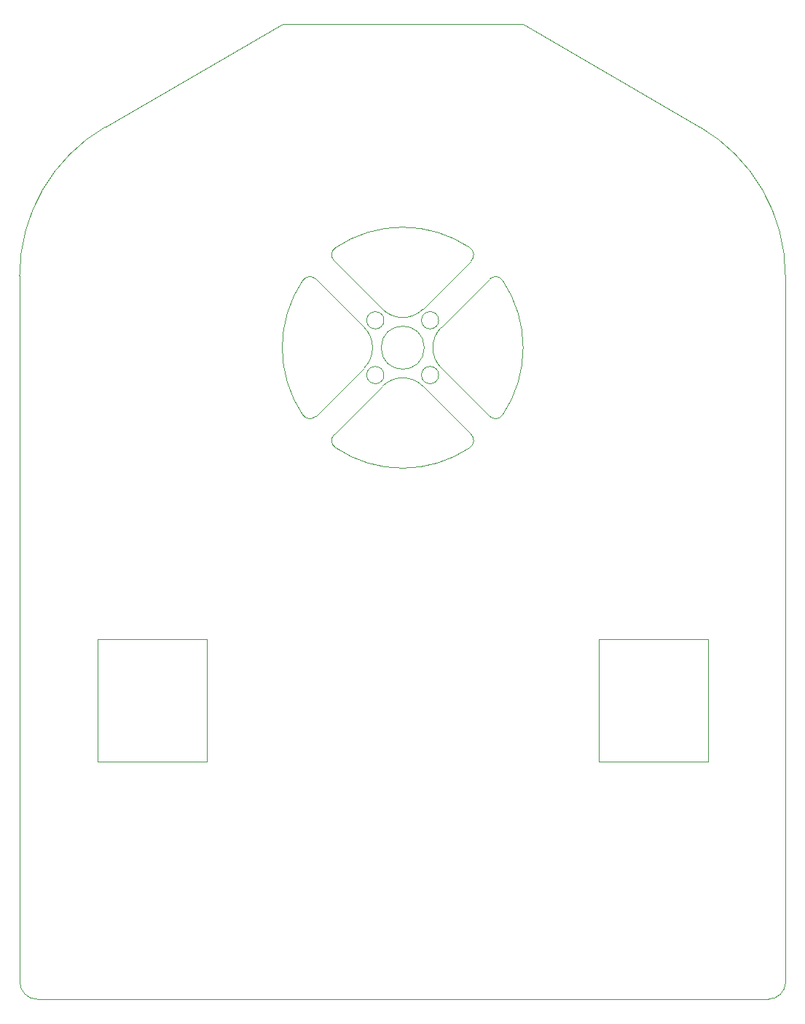
<source format=gbr>
%TF.GenerationSoftware,KiCad,Pcbnew,9.0.1*%
%TF.CreationDate,2025-07-10T18:56:07-03:00*%
%TF.ProjectId,main_MagicAlonso-rounded,6d61696e-5f4d-4616-9769-63416c6f6e73,rev?*%
%TF.SameCoordinates,PXb76920PY11322920*%
%TF.FileFunction,Profile,NP*%
%FSLAX46Y46*%
G04 Gerber Fmt 4.6, Leading zero omitted, Abs format (unit mm)*
G04 Created by KiCad (PCBNEW 9.0.1) date 2025-07-10 18:56:07*
%MOMM*%
%LPD*%
G01*
G04 APERTURE LIST*
%TA.AperFunction,Profile*%
%ADD10C,0.100000*%
%TD*%
G04 APERTURE END LIST*
D10*
X92119914Y130660843D02*
X86513318Y136267438D01*
X51980000Y50500000D02*
X136980000Y50500000D01*
X102284436Y114567502D02*
G75*
G02*
X86662499Y114567505I-7810966J11618468D01*
G01*
X51980000Y50500000D02*
G75*
G02*
X49980000Y52500000I0J2000000D01*
G01*
X92291486Y123003988D02*
G75*
G02*
X90291486Y123003988I-1000000J0D01*
G01*
X90291486Y123003988D02*
G75*
G02*
X92291486Y123003988I1000000J0D01*
G01*
X96827020Y130660843D02*
X102433616Y136267438D01*
X89998593Y123832416D02*
X84391998Y118225820D01*
X98655448Y129367950D02*
G75*
G02*
X96655448Y129367950I-1000000J0D01*
G01*
X96655448Y129367950D02*
G75*
G02*
X98655448Y129367950I1000000J0D01*
G01*
X84391998Y118225820D02*
G75*
G02*
X82855015Y118375010I-707098J707080D01*
G01*
X89998593Y128539522D02*
G75*
G02*
X90973462Y126185969I-2353493J-2353522D01*
G01*
X86513318Y136267438D02*
G75*
G02*
X86662531Y137804387I707182J707062D01*
G01*
X96827020Y130660843D02*
G75*
G02*
X94473467Y129685965I-2353520J2353457D01*
G01*
X92119914Y121711095D02*
X86513318Y116104500D01*
X80490000Y163740000D02*
X59935203Y151849094D01*
X98948341Y123832416D02*
G75*
G02*
X97973447Y126185969I2353559J2353584D01*
G01*
X98655448Y123003988D02*
G75*
G02*
X96655448Y123003988I-1000000J0D01*
G01*
X96655448Y123003988D02*
G75*
G02*
X98655448Y123003988I1000000J0D01*
G01*
X94473467Y122685969D02*
G75*
G02*
X96827004Y121711079I33J-3328269D01*
G01*
X102284436Y137804436D02*
G75*
G02*
X102433664Y136267390I-557936J-829936D01*
G01*
X86662498Y137804436D02*
G75*
G02*
X102284438Y137804438I7810972J-11618456D01*
G01*
X96827020Y121711095D02*
X102433616Y116104500D01*
X49950100Y134529905D02*
G75*
G02*
X59935200Y151849099I20000000J7295D01*
G01*
X138980000Y52500000D02*
X138950093Y134549398D01*
X102433616Y116104500D02*
G75*
G02*
X102284430Y114567510I-707116J-707100D01*
G01*
X98948341Y128539522D02*
X104554936Y134146118D01*
X104554936Y134146118D02*
G75*
G02*
X106091892Y133996910I707064J-707218D01*
G01*
X96973467Y126185969D02*
G75*
G02*
X91973467Y126185969I-2500000J0D01*
G01*
X91973467Y126185969D02*
G75*
G02*
X96973467Y126185969I2500000J0D01*
G01*
X80490000Y163740000D02*
X108490000Y163740000D01*
X98948341Y123832416D02*
X104554936Y118225820D01*
X106091934Y118375000D02*
G75*
G02*
X104554886Y118225770I-829934J557900D01*
G01*
X89998593Y128539522D02*
X84391998Y134146118D01*
X92119914Y121711095D02*
G75*
G02*
X94473467Y122685950I2353586J-2353695D01*
G01*
X86662498Y114567502D02*
G75*
G02*
X86513318Y116104500I558002J829898D01*
G01*
X49980000Y52500000D02*
X49950100Y134529905D01*
X108490000Y163740000D02*
X128991075Y151838891D01*
X128991075Y151838891D02*
G75*
G02*
X138950103Y134549398I-10040975J-17296791D01*
G01*
X94473467Y129685969D02*
G75*
G02*
X92119909Y130660838I33J3328531D01*
G01*
X97973467Y126185969D02*
G75*
G02*
X98948345Y128539518I3328333J31D01*
G01*
X138980000Y52500000D02*
G75*
G02*
X136980000Y50500000I-2000000J0D01*
G01*
X82855000Y118375000D02*
G75*
G02*
X82854999Y133996939I11618470J7810970D01*
G01*
X92291486Y129367950D02*
G75*
G02*
X90291486Y129367950I-1000000J0D01*
G01*
X90291486Y129367950D02*
G75*
G02*
X92291486Y129367950I1000000J0D01*
G01*
X82855000Y133996938D02*
G75*
G02*
X84391996Y134146116I829900J-558038D01*
G01*
X106091934Y133996938D02*
G75*
G02*
X106091933Y118375000I-11618464J-7810968D01*
G01*
X90973467Y126185969D02*
G75*
G02*
X89998607Y123832402I-3328567J31D01*
G01*
%TO.C,REF\u002A\u002A*%
X130000000Y78120738D02*
X117300000Y78120738D01*
X117300000Y92320738D01*
X130000000Y92320738D01*
X130000000Y78120738D01*
X58980000Y92324998D02*
X71680000Y92324998D01*
X71680000Y78124998D01*
X58980000Y78124998D01*
X58980000Y92324998D01*
%TD*%
M02*

</source>
